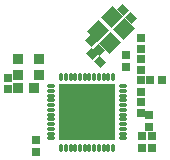
<source format=gts>
%FSLAX24Y24*%
%MOIN*%
G70*
G01*
G75*
G04 Layer_Color=8388736*
%ADD10R,0.0400X0.0370*%
%ADD11R,0.0315X0.0295*%
%ADD12R,0.0197X0.0236*%
%ADD13R,0.0197X0.0256*%
%ADD14R,0.0295X0.0315*%
G04:AMPARAMS|DCode=15|XSize=19.7mil|YSize=23.6mil|CornerRadius=0mil|HoleSize=0mil|Usage=FLASHONLY|Rotation=45.000|XOffset=0mil|YOffset=0mil|HoleType=Round|Shape=Rectangle|*
%AMROTATEDRECTD15*
4,1,4,0.0014,-0.0153,-0.0153,0.0014,-0.0014,0.0153,0.0153,-0.0014,0.0014,-0.0153,0.0*
%
%ADD15ROTATEDRECTD15*%

G04:AMPARAMS|DCode=16|XSize=47.2mil|YSize=43.3mil|CornerRadius=0mil|HoleSize=0mil|Usage=FLASHONLY|Rotation=225.000|XOffset=0mil|YOffset=0mil|HoleType=Round|Shape=Rectangle|*
%AMROTATEDRECTD16*
4,1,4,0.0014,0.0320,0.0320,0.0014,-0.0014,-0.0320,-0.0320,-0.0014,0.0014,0.0320,0.0*
%
%ADD16ROTATEDRECTD16*%

%ADD17O,0.0256X0.0079*%
%ADD18O,0.0079X0.0256*%
%ADD19R,0.1850X0.1850*%
%ADD20R,0.0236X0.0197*%
%ADD21C,0.0090*%
%ADD22C,0.0150*%
%ADD23C,0.0060*%
%ADD24C,0.0080*%
%ADD25C,0.0370*%
%ADD26C,0.0240*%
%ADD27C,0.0260*%
%ADD28C,0.0098*%
%ADD29C,0.0079*%
%ADD30C,0.0050*%
%ADD31R,0.0375X0.0355*%
%ADD32R,0.0257X0.0296*%
%ADD33R,0.0257X0.0316*%
%ADD34R,0.0355X0.0375*%
G04:AMPARAMS|DCode=35|XSize=25.7mil|YSize=29.6mil|CornerRadius=0mil|HoleSize=0mil|Usage=FLASHONLY|Rotation=45.000|XOffset=0mil|YOffset=0mil|HoleType=Round|Shape=Rectangle|*
%AMROTATEDRECTD35*
4,1,4,0.0014,-0.0196,-0.0196,0.0014,-0.0014,0.0196,0.0196,-0.0014,0.0014,-0.0196,0.0*
%
%ADD35ROTATEDRECTD35*%

G04:AMPARAMS|DCode=36|XSize=53.2mil|YSize=49.3mil|CornerRadius=0mil|HoleSize=0mil|Usage=FLASHONLY|Rotation=225.000|XOffset=0mil|YOffset=0mil|HoleType=Round|Shape=Rectangle|*
%AMROTATEDRECTD36*
4,1,4,0.0014,0.0363,0.0363,0.0014,-0.0014,-0.0363,-0.0363,-0.0014,0.0014,0.0363,0.0*
%
%ADD36ROTATEDRECTD36*%

%ADD37O,0.0316X0.0139*%
%ADD38O,0.0139X0.0316*%
%ADD39R,0.1910X0.1910*%
%ADD40R,0.0296X0.0257*%
D31*
X-2300Y1244D02*
D03*
Y1776D02*
D03*
X-1590Y1244D02*
D03*
Y1776D02*
D03*
D32*
X1840Y-803D02*
D03*
Y-1197D02*
D03*
X-1720Y-923D02*
D03*
Y-1317D02*
D03*
X1290Y1523D02*
D03*
Y1917D02*
D03*
X1790Y2093D02*
D03*
Y2487D02*
D03*
X2170Y-803D02*
D03*
Y-1197D02*
D03*
X1790Y673D02*
D03*
Y1067D02*
D03*
D33*
X-2640Y1147D02*
D03*
Y773D02*
D03*
X1790Y1393D02*
D03*
Y1767D02*
D03*
X2070Y-477D02*
D03*
Y-103D02*
D03*
X1790Y-27D02*
D03*
Y347D02*
D03*
D34*
X-1774Y800D02*
D03*
X-2306D02*
D03*
D35*
X1181Y3409D02*
D03*
X1459Y3131D02*
D03*
X429Y1661D02*
D03*
X151Y1939D02*
D03*
X409Y2081D02*
D03*
X131Y2359D02*
D03*
D36*
X1221Y2782D02*
D03*
X832Y3171D02*
D03*
X748Y2308D02*
D03*
X358Y2698D02*
D03*
D37*
X-1191Y866D02*
D03*
Y709D02*
D03*
Y551D02*
D03*
Y394D02*
D03*
Y236D02*
D03*
Y79D02*
D03*
Y-79D02*
D03*
Y-236D02*
D03*
Y-394D02*
D03*
Y-551D02*
D03*
Y-709D02*
D03*
Y-866D02*
D03*
X1191D02*
D03*
Y-709D02*
D03*
Y-551D02*
D03*
Y-394D02*
D03*
Y-236D02*
D03*
Y-79D02*
D03*
Y79D02*
D03*
Y236D02*
D03*
Y394D02*
D03*
Y551D02*
D03*
Y709D02*
D03*
Y866D02*
D03*
D38*
X-866Y-1191D02*
D03*
X-709D02*
D03*
X-551D02*
D03*
X-394D02*
D03*
X-236D02*
D03*
X-79D02*
D03*
X79D02*
D03*
X236D02*
D03*
X394D02*
D03*
X551D02*
D03*
X709D02*
D03*
X866D02*
D03*
Y1191D02*
D03*
X709D02*
D03*
X551D02*
D03*
X394D02*
D03*
X236D02*
D03*
X79D02*
D03*
X-79D02*
D03*
X-236D02*
D03*
X-394D02*
D03*
X-551D02*
D03*
X-709D02*
D03*
X-866D02*
D03*
D39*
X-0Y0D02*
D03*
D40*
X2103Y1090D02*
D03*
X2497D02*
D03*
M02*

</source>
